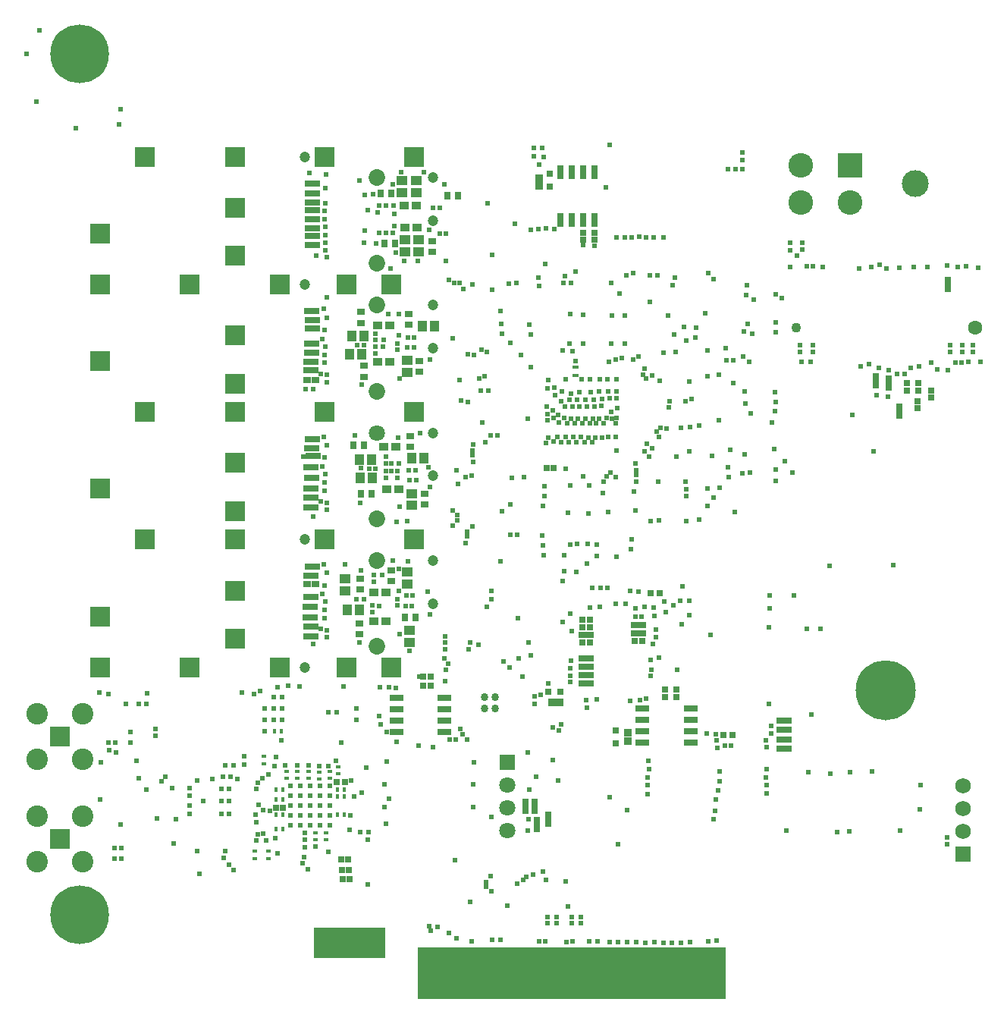
<source format=gbr>
G04*
G04 #@! TF.GenerationSoftware,Altium Limited,Altium Designer,23.7.1 (13)*
G04*
G04 Layer_Color=16711935*
%FSLAX25Y25*%
%MOIN*%
G70*
G04*
G04 #@! TF.SameCoordinates,E44608C4-6370-4D0E-AFC6-BBC59DA78F3B*
G04*
G04*
G04 #@! TF.FilePolarity,Negative*
G04*
G01*
G75*
%ADD37R,0.02288X0.02016*%
%ADD38R,0.02016X0.02288*%
%ADD49R,0.02657X0.01772*%
%ADD52R,0.02816X0.02648*%
%ADD53R,0.02756X0.02756*%
%ADD78R,0.02756X0.02756*%
%ADD111R,0.31496X0.13583*%
%ADD112R,1.35433X0.23032*%
%ADD113R,0.02572X0.02572*%
%ADD114R,0.03359X0.03162*%
%ADD119R,0.02965X0.02769*%
%ADD120R,0.02572X0.02572*%
%ADD132R,0.03162X0.03359*%
%ADD145R,0.02965X0.02965*%
%ADD157R,0.03600X0.17300*%
%ADD158R,0.03600X0.13400*%
%ADD159C,0.04331*%
%ADD160C,0.06299*%
%ADD161C,0.07296*%
%ADD162R,0.09068X0.09068*%
%ADD163C,0.07099*%
%ADD164C,0.04737*%
%ADD165C,0.09461*%
%ADD166R,0.08674X0.08674*%
%ADD167R,0.06902X0.06902*%
%ADD168C,0.06902*%
%ADD169C,0.11800*%
%ADD170R,0.10827X0.10827*%
%ADD171C,0.10827*%
%ADD172C,0.26391*%
%ADD173R,0.07099X0.07099*%
%ADD174C,0.25800*%
%ADD175C,0.02400*%
G04:AMPARAMS|DCode=201|XSize=61.02mil|YSize=23.62mil|CornerRadius=2.01mil|HoleSize=0mil|Usage=FLASHONLY|Rotation=180.000|XOffset=0mil|YOffset=0mil|HoleType=Round|Shape=RoundedRectangle|*
%AMROUNDEDRECTD201*
21,1,0.06102,0.01961,0,0,180.0*
21,1,0.05701,0.02362,0,0,180.0*
1,1,0.00402,-0.02850,0.00980*
1,1,0.00402,0.02850,0.00980*
1,1,0.00402,0.02850,-0.00980*
1,1,0.00402,-0.02850,-0.00980*
%
%ADD201ROUNDEDRECTD201*%
%ADD202R,0.02953X0.03543*%
%ADD203R,0.03543X0.02953*%
%ADD205R,0.04355X0.03773*%
%ADD206R,0.02631X0.02648*%
%ADD208R,0.02254X0.02237*%
%ADD209R,0.02237X0.02254*%
%ADD210R,0.01860X0.01843*%
G04:AMPARAMS|DCode=211|XSize=61.02mil|YSize=23.62mil|CornerRadius=2.01mil|HoleSize=0mil|Usage=FLASHONLY|Rotation=90.000|XOffset=0mil|YOffset=0mil|HoleType=Round|Shape=RoundedRectangle|*
%AMROUNDEDRECTD211*
21,1,0.06102,0.01961,0,0,90.0*
21,1,0.05701,0.02362,0,0,90.0*
1,1,0.00402,0.00980,0.02850*
1,1,0.00402,0.00980,-0.02850*
1,1,0.00402,-0.00980,-0.02850*
1,1,0.00402,-0.00980,0.02850*
%
%ADD211ROUNDEDRECTD211*%
%ADD213R,0.01968X0.01575*%
%ADD214R,0.01575X0.01968*%
%ADD217R,0.04737X0.04343*%
%ADD218R,0.04343X0.04737*%
%ADD219R,0.03320X0.03477*%
%ADD220R,0.03084X0.02926*%
%ADD221R,0.03477X0.03320*%
%ADD222C,0.03398*%
D37*
X134525Y-66571D02*
D03*
X131647D02*
D03*
X158147Y-67520D02*
D03*
X155269D02*
D03*
X18233Y-348924D02*
D03*
X15354D02*
D03*
X15619Y-302714D02*
D03*
X12740D02*
D03*
X146097Y-242509D02*
D03*
X143219D02*
D03*
X146341Y-237894D02*
D03*
X143463D02*
D03*
X147822Y-187205D02*
D03*
X144943D02*
D03*
X147617Y-183071D02*
D03*
X144738D02*
D03*
X244134Y-247417D02*
D03*
X247013D02*
D03*
X147033Y-124803D02*
D03*
X144155D02*
D03*
X146878Y-129134D02*
D03*
X143999D02*
D03*
X134717Y-78543D02*
D03*
X137595D02*
D03*
X161053Y-78936D02*
D03*
X158175D02*
D03*
X286414Y-304031D02*
D03*
X283536D02*
D03*
D38*
X128642Y-242369D02*
D03*
Y-245247D02*
D03*
X129368Y-229073D02*
D03*
Y-231951D02*
D03*
X134541Y-183329D02*
D03*
Y-186207D02*
D03*
X134525Y-179832D02*
D03*
Y-176953D02*
D03*
X381102Y-347266D02*
D03*
Y-344388D02*
D03*
X220420Y-379161D02*
D03*
Y-382039D02*
D03*
X216120Y-379161D02*
D03*
Y-382039D02*
D03*
X209455Y-379161D02*
D03*
Y-382039D02*
D03*
X205455Y-379161D02*
D03*
Y-382039D02*
D03*
X382480Y-130876D02*
D03*
Y-127997D02*
D03*
X387795Y-130876D02*
D03*
Y-127997D02*
D03*
X392717Y-130876D02*
D03*
Y-127997D02*
D03*
X322244Y-130876D02*
D03*
Y-127997D02*
D03*
X316492Y-130876D02*
D03*
Y-127997D02*
D03*
X129823Y-125763D02*
D03*
Y-122885D02*
D03*
X129823Y-128608D02*
D03*
Y-131486D02*
D03*
D49*
X217879Y-141302D02*
D03*
Y-137660D02*
D03*
D52*
X283091Y-299306D02*
D03*
X286859D02*
D03*
D53*
X211362Y-280425D02*
D03*
X205850D02*
D03*
D78*
X206517Y-58169D02*
D03*
Y-52657D02*
D03*
X235688Y-297448D02*
D03*
Y-302960D02*
D03*
D111*
X118504Y-390698D02*
D03*
D112*
X216142Y-404084D02*
D03*
D113*
X151062Y-277736D02*
D03*
X154212D02*
D03*
X151062Y-273755D02*
D03*
X154212D02*
D03*
D114*
X104123Y-176772D02*
D03*
X100776D02*
D03*
X103442Y-232904D02*
D03*
X100096D02*
D03*
X100001Y-229397D02*
D03*
X103348D02*
D03*
X100489Y-225168D02*
D03*
X103836D02*
D03*
X99801Y-238583D02*
D03*
X103148D02*
D03*
X99702Y-242913D02*
D03*
X103049D02*
D03*
X99608Y-247638D02*
D03*
X102954D02*
D03*
X99801Y-251772D02*
D03*
X103148D02*
D03*
X100001Y-255921D02*
D03*
X103348D02*
D03*
X99801Y-199315D02*
D03*
X103148D02*
D03*
X99989Y-195079D02*
D03*
X103335D02*
D03*
X99989Y-190945D02*
D03*
X103335D02*
D03*
X100237Y-186221D02*
D03*
X103583D02*
D03*
X100001Y-181801D02*
D03*
X103348D02*
D03*
X100689Y-169286D02*
D03*
X104035D02*
D03*
X100395Y-173294D02*
D03*
X103741D02*
D03*
X308036Y-305243D02*
D03*
X311383D02*
D03*
X308036Y-301275D02*
D03*
X311383D02*
D03*
X308012Y-293023D02*
D03*
X311359D02*
D03*
X308036Y-297118D02*
D03*
X311383D02*
D03*
X220869Y-265626D02*
D03*
X224215D02*
D03*
X220848Y-269424D02*
D03*
X224195D02*
D03*
X220773Y-272881D02*
D03*
X224119D02*
D03*
X220869Y-276649D02*
D03*
X224215D02*
D03*
X247247Y-251059D02*
D03*
X243900D02*
D03*
X247247Y-254602D02*
D03*
X243900D02*
D03*
X220869Y-255390D02*
D03*
X224215D02*
D03*
X100489Y-120669D02*
D03*
X103836D02*
D03*
X100162Y-127234D02*
D03*
X103509D02*
D03*
X100195Y-131335D02*
D03*
X103541D02*
D03*
X100096Y-143307D02*
D03*
X103442D02*
D03*
X100001Y-138976D02*
D03*
X103348D02*
D03*
X100001Y-135352D02*
D03*
X103348D02*
D03*
X100383Y-112964D02*
D03*
X103729D02*
D03*
X103829Y-116854D02*
D03*
X100482D02*
D03*
X100682Y-56835D02*
D03*
X104028D02*
D03*
X100682Y-68744D02*
D03*
X104028D02*
D03*
X100689Y-72484D02*
D03*
X104035D02*
D03*
X100689Y-76618D02*
D03*
X104035D02*
D03*
X100682Y-80117D02*
D03*
X104028D02*
D03*
X100689Y-84075D02*
D03*
X104035D02*
D03*
Y-65177D02*
D03*
X100689D02*
D03*
X100682Y-61461D02*
D03*
X104028D02*
D03*
D119*
X115540Y-362612D02*
D03*
X118492D02*
D03*
X115318Y-358644D02*
D03*
X118271D02*
D03*
X115097Y-353919D02*
D03*
X118050D02*
D03*
X89263Y-331165D02*
D03*
X86310D02*
D03*
D120*
X374410Y-150975D02*
D03*
Y-147825D02*
D03*
X368504Y-144675D02*
D03*
Y-147825D02*
D03*
X363583Y-144675D02*
D03*
Y-147825D02*
D03*
X368307Y-155654D02*
D03*
Y-152505D02*
D03*
X221295Y-81693D02*
D03*
Y-78543D02*
D03*
X226364Y-81693D02*
D03*
Y-78543D02*
D03*
X262205Y-279342D02*
D03*
Y-282492D02*
D03*
X257330Y-279342D02*
D03*
Y-282492D02*
D03*
D132*
X200962Y-340434D02*
D03*
Y-337088D02*
D03*
X196012Y-328836D02*
D03*
Y-332182D02*
D03*
X199936Y-329028D02*
D03*
Y-332375D02*
D03*
X206043Y-338114D02*
D03*
Y-334768D02*
D03*
X381496Y-103061D02*
D03*
Y-99715D02*
D03*
X360433Y-158611D02*
D03*
Y-155265D02*
D03*
X355554Y-146227D02*
D03*
Y-142881D02*
D03*
X350000Y-141984D02*
D03*
Y-145330D02*
D03*
D145*
X116526Y-320142D02*
D03*
X112983D02*
D03*
X224314Y-258736D02*
D03*
X220770D02*
D03*
X224314Y-248697D02*
D03*
X220770D02*
D03*
X224314Y-252043D02*
D03*
X220770D02*
D03*
X243802Y-257949D02*
D03*
X247345D02*
D03*
D157*
X161992Y-401427D02*
D03*
X224984D02*
D03*
X232858D02*
D03*
X260417D02*
D03*
X276165D02*
D03*
X244669D02*
D03*
X264354D02*
D03*
X248606D02*
D03*
X201362D02*
D03*
X213173D02*
D03*
X228921D02*
D03*
X177740D02*
D03*
X173803D02*
D03*
X169866D02*
D03*
X165929D02*
D03*
X189551D02*
D03*
X205299D02*
D03*
X209236D02*
D03*
X217110D02*
D03*
X221047D02*
D03*
X252543D02*
D03*
X236795D02*
D03*
X256480D02*
D03*
X268291D02*
D03*
X272228D02*
D03*
X240732D02*
D03*
X181677D02*
D03*
X185614D02*
D03*
X154118D02*
D03*
X158055D02*
D03*
X280102D02*
D03*
D158*
X150181Y-399477D02*
D03*
D159*
X314961Y-120480D02*
D03*
D160*
X393701D02*
D03*
D161*
X130709Y-92126D02*
D03*
Y-54331D02*
D03*
Y-148228D02*
D03*
Y-110433D02*
D03*
Y-204331D02*
D03*
Y-260433D02*
D03*
Y-222638D02*
D03*
D162*
X28740Y-45158D02*
D03*
X68110D02*
D03*
X146850D02*
D03*
X107480D02*
D03*
Y-213465D02*
D03*
X146850D02*
D03*
X68110D02*
D03*
X9055Y-101260D02*
D03*
X48425D02*
D03*
X87795D02*
D03*
X9055Y-269567D02*
D03*
X48425D02*
D03*
X87795D02*
D03*
X28740Y-213465D02*
D03*
X68110Y-157362D02*
D03*
X28740D02*
D03*
X107480D02*
D03*
X117323Y-101260D02*
D03*
X137008D02*
D03*
X146850Y-157362D02*
D03*
X117323Y-269567D02*
D03*
X137008D02*
D03*
X9055Y-78937D02*
D03*
X68110Y-88779D02*
D03*
X9055Y-135039D02*
D03*
X68110Y-144882D02*
D03*
X9055Y-191142D02*
D03*
X68110Y-200984D02*
D03*
X9055Y-247244D02*
D03*
X68110Y-257087D02*
D03*
Y-67520D02*
D03*
Y-123622D02*
D03*
Y-179724D02*
D03*
Y-235827D02*
D03*
D163*
X130709Y-166535D02*
D03*
X187855Y-341319D02*
D03*
Y-331319D02*
D03*
Y-321319D02*
D03*
D164*
X98819Y-45158D02*
D03*
Y-101260D02*
D03*
Y-213465D02*
D03*
Y-269567D02*
D03*
X155118Y-54331D02*
D03*
Y-73228D02*
D03*
Y-110433D02*
D03*
Y-129331D02*
D03*
Y-166535D02*
D03*
Y-185433D02*
D03*
Y-222638D02*
D03*
Y-241535D02*
D03*
D165*
X1339Y-289843D02*
D03*
Y-309842D02*
D03*
X-18661D02*
D03*
Y-289843D02*
D03*
X1339Y-335118D02*
D03*
Y-355118D02*
D03*
X-18661D02*
D03*
Y-335118D02*
D03*
D166*
X-8661Y-299843D02*
D03*
Y-345118D02*
D03*
D167*
X388189Y-351496D02*
D03*
D168*
Y-341496D02*
D03*
Y-331496D02*
D03*
Y-321496D02*
D03*
D169*
X367283Y-57104D02*
D03*
D170*
X338583Y-48854D02*
D03*
D171*
Y-65354D02*
D03*
X316883Y-48854D02*
D03*
Y-65354D02*
D03*
D172*
X354331Y-279633D02*
D03*
D173*
X187855Y-311319D02*
D03*
D174*
X-0Y0D02*
D03*
Y-378395D02*
D03*
D175*
X211641Y-294586D02*
D03*
X185042Y-222924D02*
D03*
X189126Y-211253D02*
D03*
X185487Y-200852D02*
D03*
X166229Y-189051D02*
D03*
X165703Y-182935D02*
D03*
X178399Y-170808D02*
D03*
X183493Y-167584D02*
D03*
X180610Y-167537D02*
D03*
X198266Y-137783D02*
D03*
X189232Y-126880D02*
D03*
X166862Y-143219D02*
D03*
X177961Y-141499D02*
D03*
X193846Y-132260D02*
D03*
X8672Y-280734D02*
D03*
X321654Y-290433D02*
D03*
X212871Y-220321D02*
D03*
X285249Y-186017D02*
D03*
X257011Y-240687D02*
D03*
X241909Y-235863D02*
D03*
X245573Y-236381D02*
D03*
X348844Y-174648D02*
D03*
X149144Y-273755D02*
D03*
X85677Y-312888D02*
D03*
X175151Y-259674D02*
D03*
X126479Y-345417D02*
D03*
X71236Y-280694D02*
D03*
X374410Y-135603D02*
D03*
X395928Y-135441D02*
D03*
X350280Y-149867D02*
D03*
X355414Y-150559D02*
D03*
X176853Y-162026D02*
D03*
X357630Y-224656D02*
D03*
X329764Y-224885D02*
D03*
X313779Y-237818D02*
D03*
X302908Y-285560D02*
D03*
X264640Y-250783D02*
D03*
X268055Y-246625D02*
D03*
X257694Y-245298D02*
D03*
X213718Y-363755D02*
D03*
X203647Y-359353D02*
D03*
X164966Y-354306D02*
D03*
X86024Y-344663D02*
D03*
X51493Y-350168D02*
D03*
X137682Y-57330D02*
D03*
X304433Y-161980D02*
D03*
X308577Y-107471D02*
D03*
X305906Y-105642D02*
D03*
Y-117861D02*
D03*
X294260Y-135220D02*
D03*
X287354Y-134643D02*
D03*
X283897Y-129209D02*
D03*
X274896Y-113835D02*
D03*
X266519Y-126117D02*
D03*
X122903Y-55610D02*
D03*
X136451Y-94445D02*
D03*
X181374Y-88225D02*
D03*
Y-103811D02*
D03*
X284977Y-181679D02*
D03*
X266599Y-191374D02*
D03*
X244236Y-200546D02*
D03*
X243732Y-192230D02*
D03*
X266519Y-194331D02*
D03*
X278596Y-194887D02*
D03*
X280872Y-140975D02*
D03*
X264835Y-233872D02*
D03*
X260888Y-242282D02*
D03*
X262727Y-270605D02*
D03*
X207802Y-310153D02*
D03*
X126464Y-365017D02*
D03*
X196769Y-307146D02*
D03*
X223065Y-287193D02*
D03*
X222814Y-224013D02*
D03*
X99103Y-147185D02*
D03*
X135543Y-114380D02*
D03*
X163936Y-125147D02*
D03*
X172573Y-101360D02*
D03*
X52559Y-360446D02*
D03*
X279521Y-298977D02*
D03*
X280008Y-301744D02*
D03*
X188824Y-269595D02*
D03*
X186342Y-266985D02*
D03*
X161788Y-268088D02*
D03*
X161091Y-270744D02*
D03*
X167127Y-296602D02*
D03*
X267949Y-240467D02*
D03*
X193001Y-265672D02*
D03*
X194570Y-273535D02*
D03*
X170196Y-301366D02*
D03*
X205793Y-276601D02*
D03*
X162741Y-301441D02*
D03*
X198319Y-264202D02*
D03*
X215692Y-269854D02*
D03*
X295703Y-122882D02*
D03*
X293223Y-101737D02*
D03*
X214446Y-374764D02*
D03*
X204862Y-362861D02*
D03*
X171448Y-372692D02*
D03*
X187855Y-374414D02*
D03*
X180794Y-236122D02*
D03*
X180957Y-239567D02*
D03*
X160702Y-258711D02*
D03*
X160541Y-255921D02*
D03*
Y-261762D02*
D03*
X160335Y-265672D02*
D03*
X143947Y-205459D02*
D03*
X139405Y-205758D02*
D03*
X195180Y-186084D02*
D03*
X207974Y-295971D02*
D03*
X210487Y-297256D02*
D03*
X168180Y-299057D02*
D03*
X155138Y-304548D02*
D03*
X134924Y-298031D02*
D03*
X148968Y-303972D02*
D03*
X76679Y-281257D02*
D03*
X79280Y-279874D02*
D03*
X100211Y-358385D02*
D03*
X67464Y-358728D02*
D03*
X63362Y-353178D02*
D03*
X63888Y-350450D02*
D03*
X69192Y-318632D02*
D03*
X309981Y-178960D02*
D03*
X313429Y-184142D02*
D03*
X294757Y-183842D02*
D03*
X291190Y-184194D02*
D03*
X227275Y-220711D02*
D03*
X346850Y-136217D02*
D03*
X343307Y-137152D02*
D03*
X261609Y-98451D02*
D03*
X250807Y-266332D02*
D03*
X254667Y-265319D02*
D03*
X165953Y-204843D02*
D03*
Y-202743D02*
D03*
X170782Y-261523D02*
D03*
X231646Y-185626D02*
D03*
X178740Y-365997D02*
D03*
X233131Y-184142D02*
D03*
X178740Y-363896D02*
D03*
X171665Y-258809D02*
D03*
X192678Y-247882D02*
D03*
X123917Y-145263D02*
D03*
X325469Y-252781D02*
D03*
X319685Y-252543D02*
D03*
X241909Y-284173D02*
D03*
X248955Y-283242D02*
D03*
X302897Y-252043D02*
D03*
X251213Y-270605D02*
D03*
X250956Y-273252D02*
D03*
X339721Y-158772D02*
D03*
X233002Y-326552D02*
D03*
X280053Y-389710D02*
D03*
X276165Y-389990D02*
D03*
X268363Y-390311D02*
D03*
X264250Y-390634D02*
D03*
X260416Y-390551D02*
D03*
X256533Y-390588D02*
D03*
X252543Y-390403D02*
D03*
X248493Y-390727D02*
D03*
X244750Y-390357D02*
D03*
X240732Y-390403D02*
D03*
X236712Y-390479D02*
D03*
X232782Y-390403D02*
D03*
X223889Y-390071D02*
D03*
X227521Y-390044D02*
D03*
X214068Y-390403D02*
D03*
X216447Y-390044D02*
D03*
X185001Y-389254D02*
D03*
X181105D02*
D03*
X201884Y-390017D02*
D03*
X204447Y-389990D02*
D03*
X172285Y-389897D02*
D03*
X162141Y-386167D02*
D03*
X165473Y-388741D02*
D03*
X157247Y-383724D02*
D03*
X154169Y-385305D02*
D03*
X153629Y-383225D02*
D03*
X131668Y-290897D02*
D03*
X135977Y-278472D02*
D03*
X138971Y-278679D02*
D03*
X132936Y-229066D02*
D03*
X137648Y-222643D02*
D03*
X144401Y-222993D02*
D03*
X152912Y-236210D02*
D03*
X144953Y-262445D02*
D03*
X116574Y-224423D02*
D03*
X123493Y-226940D02*
D03*
X122805Y-258736D02*
D03*
X131641Y-242509D02*
D03*
X121721Y-239567D02*
D03*
X125098Y-239764D02*
D03*
X149575Y-166570D02*
D03*
X153326Y-181693D02*
D03*
X136865Y-183263D02*
D03*
X137042Y-179921D02*
D03*
X120849Y-167642D02*
D03*
X127299Y-182219D02*
D03*
X129823D02*
D03*
X139807Y-168747D02*
D03*
X133382Y-128674D02*
D03*
X133499Y-125763D02*
D03*
X122080Y-127835D02*
D03*
X125098Y-127953D02*
D03*
X151166Y-52126D02*
D03*
X141203Y-51870D02*
D03*
X130871Y-69595D02*
D03*
X128815Y-61713D02*
D03*
X131647Y-78781D02*
D03*
X130377Y-83465D02*
D03*
X148721Y-91088D02*
D03*
X142717Y-91024D02*
D03*
X160827Y-91088D02*
D03*
X160433Y-57382D02*
D03*
X139097Y-87324D02*
D03*
X138189Y-70280D02*
D03*
X137874Y-66622D02*
D03*
X138189Y-75650D02*
D03*
X125394Y-62093D02*
D03*
X126575Y-68619D02*
D03*
X125394Y-77658D02*
D03*
X124976Y-82894D02*
D03*
X17967Y-24387D02*
D03*
X17223Y-30892D02*
D03*
X-1595Y-32579D02*
D03*
X-17896Y10514D02*
D03*
X-23322Y-33D02*
D03*
X98150Y-176847D02*
D03*
X107721Y-177448D02*
D03*
X86217Y-309107D02*
D03*
X37529Y-317689D02*
D03*
X40730Y-322812D02*
D03*
X82008Y-345733D02*
D03*
X77578Y-345694D02*
D03*
X86917Y-351361D02*
D03*
X65756Y-356386D02*
D03*
X29679Y-281001D02*
D03*
X160541Y-275770D02*
D03*
X131907Y-278318D02*
D03*
X165267Y-301413D02*
D03*
X121555Y-287494D02*
D03*
X180969Y-335299D02*
D03*
X173035Y-330995D02*
D03*
X172832Y-321047D02*
D03*
X173292Y-311238D02*
D03*
X135020Y-310873D02*
D03*
X96743Y-277891D02*
D03*
X91727Y-277632D02*
D03*
X116091Y-277891D02*
D03*
X121641Y-292641D02*
D03*
X114925Y-302607D02*
D03*
X88700Y-301638D02*
D03*
X81233Y-297690D02*
D03*
X81263Y-292671D02*
D03*
X81141Y-287744D02*
D03*
X86974Y-278282D02*
D03*
X330069Y-316220D02*
D03*
X338523Y-315697D02*
D03*
X310655Y-341395D02*
D03*
X332912Y-341881D02*
D03*
X338224Y-341732D02*
D03*
X360482Y-341432D02*
D03*
X369497Y-321307D02*
D03*
X369160Y-332006D02*
D03*
X169720Y-185934D02*
D03*
X172297Y-185305D02*
D03*
X262265Y-177032D02*
D03*
X320276Y-315711D02*
D03*
X348295Y-315226D02*
D03*
X236716Y-347292D02*
D03*
X210260Y-319234D02*
D03*
X240452Y-332460D02*
D03*
X200687Y-317663D02*
D03*
X196933Y-341178D02*
D03*
X197184Y-336277D02*
D03*
X197616Y-323266D02*
D03*
X189372Y-198106D02*
D03*
X189872Y-186379D02*
D03*
X266333Y-152757D02*
D03*
X268990Y-151809D02*
D03*
X33375Y-296766D02*
D03*
X123329Y-197306D02*
D03*
X123622Y-181870D02*
D03*
X167627Y-152390D02*
D03*
X170465Y-153135D02*
D03*
X8819Y-327767D02*
D03*
X9410Y-311387D02*
D03*
X109341Y-350698D02*
D03*
X98006Y-355659D02*
D03*
X51493Y-319201D02*
D03*
X139144Y-302378D02*
D03*
X132248Y-294633D02*
D03*
X125834Y-313638D02*
D03*
X123779Y-324596D02*
D03*
X120461Y-326319D02*
D03*
X54119Y-328246D02*
D03*
X58132Y-318700D02*
D03*
X48146Y-322686D02*
D03*
Y-333925D02*
D03*
X48192Y-330229D02*
D03*
X48158Y-326072D02*
D03*
X134068Y-331045D02*
D03*
X134610Y-338203D02*
D03*
X135977Y-327425D02*
D03*
X133957Y-321047D02*
D03*
X118659Y-340836D02*
D03*
X119098Y-334766D02*
D03*
X119358Y-319201D02*
D03*
X109272Y-313016D02*
D03*
X112757Y-310786D02*
D03*
X105127Y-312894D02*
D03*
X100483Y-312684D02*
D03*
X95748Y-312812D02*
D03*
X90242Y-312780D02*
D03*
X77549Y-323099D02*
D03*
X78230Y-320420D02*
D03*
X80313Y-318468D02*
D03*
X82827Y-316781D02*
D03*
X78600Y-329984D02*
D03*
X80435Y-332347D02*
D03*
X83661Y-332659D02*
D03*
X77284Y-334463D02*
D03*
X77549Y-337753D02*
D03*
X78230Y-343146D02*
D03*
X80757Y-342693D02*
D03*
X98515Y-352871D02*
D03*
X41428Y-346844D02*
D03*
X42253Y-336283D02*
D03*
X15354Y-353498D02*
D03*
X18304D02*
D03*
X33995Y-335947D02*
D03*
X18078Y-338769D02*
D03*
X33375Y-299683D02*
D03*
X24936Y-310548D02*
D03*
X26022Y-318173D02*
D03*
X29120Y-323277D02*
D03*
X35866Y-319748D02*
D03*
X22396Y-297832D02*
D03*
X22304Y-302807D02*
D03*
X12618Y-281162D02*
D03*
X15900Y-306885D02*
D03*
X12898Y-306058D02*
D03*
X351378Y-138038D02*
D03*
X355554Y-138875D02*
D03*
X359252Y-140543D02*
D03*
X362511D02*
D03*
X365354Y-138038D02*
D03*
X368965Y-137396D02*
D03*
X376905Y-138622D02*
D03*
X381499Y-138906D02*
D03*
X384842Y-135603D02*
D03*
X387623Y-135776D02*
D03*
X390748Y-135220D02*
D03*
X394783Y-93948D02*
D03*
X389540Y-93354D02*
D03*
X385798Y-93571D02*
D03*
X381299Y-92960D02*
D03*
X372534Y-93571D02*
D03*
X366535Y-93787D02*
D03*
X360259Y-93973D02*
D03*
X354631Y-94282D02*
D03*
X351756Y-92582D02*
D03*
X347798Y-93664D02*
D03*
X342696Y-94189D02*
D03*
X326618Y-93602D02*
D03*
X322382Y-93416D02*
D03*
X319507D02*
D03*
X312395Y-93633D02*
D03*
X321418Y-135220D02*
D03*
X317323Y-135295D02*
D03*
X180969Y-368079D02*
D03*
X180698Y-361459D02*
D03*
X199213Y-360542D02*
D03*
X192301Y-364557D02*
D03*
X194943Y-362968D02*
D03*
X196428Y-361483D02*
D03*
X170196Y-212073D02*
D03*
Y-209973D02*
D03*
X172699Y-176447D02*
D03*
Y-174347D02*
D03*
X164718Y-100807D02*
D03*
X166818D02*
D03*
X175528Y-142717D02*
D03*
X176491Y-130047D02*
D03*
X170620Y-132139D02*
D03*
X173367Y-132338D02*
D03*
X178966Y-130955D02*
D03*
X164013Y-207171D02*
D03*
X163910Y-200672D02*
D03*
X169672Y-215022D02*
D03*
X172573Y-207562D02*
D03*
X238221Y-133764D02*
D03*
X245457Y-132838D02*
D03*
X243244Y-134396D02*
D03*
X235612Y-134221D02*
D03*
X232524Y-135295D02*
D03*
X258875Y-155328D02*
D03*
X259219Y-152757D02*
D03*
X251570Y-141404D02*
D03*
X248324Y-138254D02*
D03*
X249021Y-142602D02*
D03*
X247536Y-141117D02*
D03*
X254667Y-168371D02*
D03*
X257907Y-164510D02*
D03*
X253628Y-165901D02*
D03*
X255113Y-164416D02*
D03*
X295031Y-157883D02*
D03*
X251509Y-173415D02*
D03*
X250370Y-176823D02*
D03*
X249224Y-171205D02*
D03*
X248428Y-174551D02*
D03*
X235684Y-185837D02*
D03*
X230193Y-187956D02*
D03*
X229925Y-192877D02*
D03*
X244563Y-187846D02*
D03*
X244426Y-179976D02*
D03*
X244438Y-185034D02*
D03*
Y-182933D02*
D03*
X168649Y-103228D02*
D03*
X162262Y-99154D02*
D03*
X172832Y-179212D02*
D03*
X172876Y-171580D02*
D03*
X98819Y-348656D02*
D03*
X103625Y-348161D02*
D03*
X92609Y-339039D02*
D03*
X96940D02*
D03*
X101270D02*
D03*
X105601D02*
D03*
X109932D02*
D03*
X92609Y-334709D02*
D03*
X96940D02*
D03*
X101270D02*
D03*
X105601D02*
D03*
X109932D02*
D03*
X92609Y-330378D02*
D03*
X96940D02*
D03*
X101270D02*
D03*
X105601D02*
D03*
X109932D02*
D03*
X92609Y-326047D02*
D03*
X96940D02*
D03*
X101270D02*
D03*
X105601D02*
D03*
X109932D02*
D03*
X92609Y-321717D02*
D03*
X96940D02*
D03*
X101270D02*
D03*
X105601D02*
D03*
X109932D02*
D03*
X108690Y-228089D02*
D03*
X108752Y-253271D02*
D03*
X108440Y-256426D02*
D03*
X107130Y-224318D02*
D03*
X107815Y-240712D02*
D03*
X107464Y-244478D02*
D03*
X107721Y-247991D02*
D03*
Y-233551D02*
D03*
X106596Y-237479D02*
D03*
X102749Y-259353D02*
D03*
X105960Y-252756D02*
D03*
X140551Y-254921D02*
D03*
X153868Y-246429D02*
D03*
X139649Y-242323D02*
D03*
Y-239485D02*
D03*
X140276Y-235952D02*
D03*
X140300Y-226457D02*
D03*
X108690Y-171986D02*
D03*
X108752Y-197168D02*
D03*
X108440Y-200324D02*
D03*
X107130Y-168216D02*
D03*
X107815Y-184609D02*
D03*
X107464Y-188375D02*
D03*
X107721Y-191889D02*
D03*
X106596Y-181377D02*
D03*
X102749Y-203251D02*
D03*
X105960Y-196653D02*
D03*
X140551Y-198819D02*
D03*
X153868Y-190326D02*
D03*
X139649Y-186221D02*
D03*
Y-183382D02*
D03*
X140276Y-179850D02*
D03*
X140300Y-114252D02*
D03*
X140276Y-123747D02*
D03*
X139649Y-127280D02*
D03*
Y-130118D02*
D03*
X153868Y-134224D02*
D03*
X140551Y-142717D02*
D03*
X153752Y-77220D02*
D03*
X107993Y-58822D02*
D03*
X100787Y-52362D02*
D03*
X204882Y-171133D02*
D03*
X208315Y-170465D02*
D03*
X211515Y-170510D02*
D03*
X214886D02*
D03*
X218123Y-170611D02*
D03*
X221853Y-170733D02*
D03*
X225255D02*
D03*
X235790Y-174461D02*
D03*
X226605Y-168517D02*
D03*
X223589Y-168588D02*
D03*
X220183Y-168375D02*
D03*
X216919D02*
D03*
X213478Y-168340D02*
D03*
X205992Y-168659D02*
D03*
X210072Y-168446D02*
D03*
X229550Y-168588D02*
D03*
X232175Y-168304D02*
D03*
X235758Y-168375D02*
D03*
X235684Y-162198D02*
D03*
X233891Y-160204D02*
D03*
X230101Y-162385D02*
D03*
X227084Y-162353D02*
D03*
X224161Y-162242D02*
D03*
X220797Y-162385D02*
D03*
X217689Y-162269D02*
D03*
X214385Y-162353D02*
D03*
X210557Y-162009D02*
D03*
X208167Y-160039D02*
D03*
X205631Y-161056D02*
D03*
X205680Y-158249D02*
D03*
X236100Y-160081D02*
D03*
X233631Y-157401D02*
D03*
X236296Y-155659D02*
D03*
X231479Y-159997D02*
D03*
X228332Y-160358D02*
D03*
X225538Y-160204D02*
D03*
X222407Y-160311D02*
D03*
X219089Y-160157D02*
D03*
X215832D02*
D03*
X212889Y-160128D02*
D03*
X210291Y-158738D02*
D03*
X207859Y-156682D02*
D03*
X220485Y-143142D02*
D03*
X213504Y-143055D02*
D03*
X224365Y-143120D02*
D03*
X235790Y-143120D02*
D03*
X231934Y-143027D02*
D03*
X228701Y-143012D02*
D03*
X205414Y-154943D02*
D03*
X213332Y-155029D02*
D03*
X216702Y-155110D02*
D03*
X219614D02*
D03*
X222801Y-155073D02*
D03*
X226189Y-155002D02*
D03*
X229334Y-154513D02*
D03*
X235801Y-151184D02*
D03*
X232888Y-151387D02*
D03*
X229511Y-151809D02*
D03*
X225811Y-152123D02*
D03*
X222253Y-152028D02*
D03*
X218716Y-152146D02*
D03*
X215416D02*
D03*
X211684Y-152580D02*
D03*
X208957Y-150042D02*
D03*
X205736Y-147020D02*
D03*
X205984Y-143415D02*
D03*
X208759Y-146562D02*
D03*
X211892Y-148365D02*
D03*
X215832Y-149175D02*
D03*
X219713Y-148781D02*
D03*
X224520D02*
D03*
X228396Y-148258D02*
D03*
X232383Y-148380D02*
D03*
X235865Y-148439D02*
D03*
X305906Y-122202D02*
D03*
X243328Y-96334D02*
D03*
X105960Y-140551D02*
D03*
X102749Y-147149D02*
D03*
X106596Y-125274D02*
D03*
X107721Y-121346D02*
D03*
X176324Y-148034D02*
D03*
X179630Y-147964D02*
D03*
X184998Y-112855D02*
D03*
X201610Y-98451D02*
D03*
X204531Y-92163D02*
D03*
X213263Y-97504D02*
D03*
X218153Y-227501D02*
D03*
X232048Y-234482D02*
D03*
X228824D02*
D03*
X225238D02*
D03*
X252531Y-247061D02*
D03*
X252361Y-243408D02*
D03*
X248156Y-242869D02*
D03*
X217849Y-95804D02*
D03*
X305509Y-156983D02*
D03*
X305768Y-152874D02*
D03*
X305738Y-148781D02*
D03*
X292472Y-153581D02*
D03*
X292328Y-148291D02*
D03*
X305906Y-187523D02*
D03*
Y-182790D02*
D03*
X305189Y-173754D02*
D03*
X108747Y-107029D02*
D03*
X103851Y-88730D02*
D03*
X108282Y-52913D02*
D03*
X276348Y-96400D02*
D03*
X278647Y-99090D02*
D03*
X301801Y-324859D02*
D03*
Y-321452D02*
D03*
X301700Y-317980D02*
D03*
X301809Y-314281D02*
D03*
X281102Y-315305D02*
D03*
Y-319499D02*
D03*
X280528Y-323793D02*
D03*
X279736Y-327669D02*
D03*
X279144Y-332577D02*
D03*
X278565Y-336441D02*
D03*
X208657Y-77091D02*
D03*
X275957Y-141507D02*
D03*
X296212Y-108091D02*
D03*
X293692Y-118791D02*
D03*
X263935Y-240326D02*
D03*
X221317Y-84140D02*
D03*
X215528Y-273303D02*
D03*
X215585Y-275862D02*
D03*
X197147Y-258523D02*
D03*
X250745Y-109146D02*
D03*
X292111Y-176068D02*
D03*
X265725Y-120082D02*
D03*
X260741Y-101704D02*
D03*
X270803Y-120461D02*
D03*
X270729Y-124796D02*
D03*
X291514Y-133095D02*
D03*
X292070Y-121944D02*
D03*
X292985Y-105891D02*
D03*
X20196Y-285744D02*
D03*
X277252Y-255395D02*
D03*
X287808Y-201418D02*
D03*
X303411Y-238057D02*
D03*
X303257Y-243605D02*
D03*
X179074Y-243075D02*
D03*
X227403Y-283729D02*
D03*
X235722Y-241746D02*
D03*
X244179Y-243585D02*
D03*
X239803Y-241739D02*
D03*
X228535Y-242957D02*
D03*
X224183Y-243326D02*
D03*
X215585Y-245920D02*
D03*
X212422Y-249783D02*
D03*
X216390Y-253499D02*
D03*
X215872Y-266756D02*
D03*
X222586Y-283834D02*
D03*
X251916Y-259427D02*
D03*
X253312Y-256220D02*
D03*
X253345Y-253126D02*
D03*
X202663Y-281606D02*
D03*
X199936Y-282320D02*
D03*
Y-285492D02*
D03*
X250079Y-310740D02*
D03*
X250279Y-314382D02*
D03*
X249453Y-317958D02*
D03*
X249606Y-321292D02*
D03*
X249453Y-325314D02*
D03*
X246132Y-283870D02*
D03*
X275762Y-298639D02*
D03*
X280183Y-305039D02*
D03*
X303975Y-295158D02*
D03*
Y-298510D02*
D03*
X301700Y-301739D02*
D03*
X302015Y-304523D02*
D03*
X108460Y-89353D02*
D03*
X107957Y-86199D02*
D03*
X107993Y-82823D02*
D03*
X107886Y-79594D02*
D03*
X107922Y-75971D02*
D03*
X107455Y-72527D02*
D03*
X107706Y-69118D02*
D03*
X107886Y-65746D02*
D03*
X107721Y-135787D02*
D03*
X107464Y-132273D02*
D03*
X107815Y-128507D02*
D03*
X107130Y-112113D02*
D03*
X108440Y-144222D02*
D03*
X108752Y-141066D02*
D03*
X108690Y-115884D02*
D03*
X221295Y-185541D02*
D03*
X212408Y-231564D02*
D03*
X213051Y-227153D02*
D03*
X213671Y-182219D02*
D03*
X197053Y-160376D02*
D03*
X212251Y-130288D02*
D03*
X216503Y-130725D02*
D03*
X217894Y-134923D02*
D03*
X192434Y-211203D02*
D03*
X204230Y-189832D02*
D03*
X204180Y-194379D02*
D03*
X203736Y-198615D02*
D03*
X203425Y-211811D02*
D03*
X203574Y-215901D02*
D03*
X203883Y-220352D02*
D03*
X215736Y-189697D02*
D03*
X214728Y-201711D02*
D03*
X215476Y-215744D02*
D03*
X218635Y-215187D02*
D03*
X223836Y-189622D02*
D03*
X223465Y-201884D02*
D03*
X223428Y-215372D02*
D03*
X227342Y-215511D02*
D03*
X232382Y-201215D02*
D03*
X235801Y-220946D02*
D03*
X242378Y-217564D02*
D03*
X242675Y-213254D02*
D03*
X250992Y-205304D02*
D03*
X254577Y-205045D02*
D03*
X275896Y-198812D02*
D03*
X266763Y-205304D02*
D03*
X272118Y-204718D02*
D03*
X254220Y-187846D02*
D03*
X266433Y-187956D02*
D03*
X275896Y-190817D02*
D03*
X281324Y-190780D02*
D03*
X267791Y-174642D02*
D03*
X277803Y-176659D02*
D03*
X285799Y-174129D02*
D03*
X264234Y-164420D02*
D03*
X268179Y-164070D02*
D03*
X272282Y-163338D02*
D03*
X280872Y-161143D02*
D03*
X254950Y-143657D02*
D03*
X267971Y-143918D02*
D03*
X287377Y-144554D02*
D03*
X256699Y-131175D02*
D03*
X261853Y-130857D02*
D03*
X275944Y-130351D02*
D03*
X284313Y-134643D02*
D03*
X261105Y-123366D02*
D03*
X258517Y-115084D02*
D03*
X239605Y-127185D02*
D03*
X239747Y-114865D02*
D03*
X233501Y-127328D02*
D03*
X234071Y-115122D02*
D03*
X221380Y-127385D02*
D03*
X221295Y-114808D02*
D03*
X215242Y-127165D02*
D03*
X215628Y-114244D02*
D03*
X185761Y-123038D02*
D03*
X185319Y-118755D02*
D03*
X198144Y-123317D02*
D03*
X197692Y-118820D02*
D03*
X254042Y-97345D02*
D03*
X250745D02*
D03*
X237143Y-105164D02*
D03*
X240360Y-97427D02*
D03*
X233519Y-100685D02*
D03*
X216007Y-100807D02*
D03*
X212586Y-100766D02*
D03*
X191967Y-100490D02*
D03*
X188709Y-100857D02*
D03*
X202093Y-101863D02*
D03*
X-18935Y-20898D02*
D03*
X256476Y-80512D02*
D03*
X252420D02*
D03*
X248838D02*
D03*
X245783Y-80480D02*
D03*
X242732Y-80512D02*
D03*
X239498D02*
D03*
X236100D02*
D03*
X231328Y-58637D02*
D03*
X226224Y-84478D02*
D03*
X205089Y-76543D02*
D03*
X201448Y-77091D02*
D03*
X198144Y-77264D02*
D03*
X191350Y-74524D02*
D03*
X179424Y-65644D02*
D03*
X233005Y-40000D02*
D03*
X201827Y-48520D02*
D03*
X204018Y-45472D02*
D03*
X199491Y-45075D02*
D03*
X203365Y-41463D02*
D03*
X199614D02*
D03*
X317595Y-83104D02*
D03*
X317545Y-86075D02*
D03*
X315158Y-88595D02*
D03*
X312330Y-86432D02*
D03*
Y-83104D02*
D03*
X291269Y-43441D02*
D03*
Y-46768D02*
D03*
Y-50650D02*
D03*
X288165D02*
D03*
X284966D02*
D03*
D201*
X268488Y-287724D02*
D03*
Y-292724D02*
D03*
Y-297724D02*
D03*
Y-302724D02*
D03*
X247228D02*
D03*
Y-297724D02*
D03*
Y-292724D02*
D03*
Y-287724D02*
D03*
X160403Y-282992D02*
D03*
Y-287992D02*
D03*
Y-292992D02*
D03*
Y-297992D02*
D03*
X139144D02*
D03*
Y-292992D02*
D03*
Y-287992D02*
D03*
Y-282992D02*
D03*
D202*
X123622Y-193307D02*
D03*
X128347D02*
D03*
X161451Y-62355D02*
D03*
X166175D02*
D03*
X136903Y-61461D02*
D03*
X132178D02*
D03*
X147492Y-247638D02*
D03*
X142768D02*
D03*
X120245Y-171919D02*
D03*
X124969D02*
D03*
X133794Y-83281D02*
D03*
X138518D02*
D03*
D203*
X124976Y-137119D02*
D03*
Y-141843D02*
D03*
X123073Y-255118D02*
D03*
Y-250394D02*
D03*
X136865Y-227035D02*
D03*
Y-231759D02*
D03*
X123204Y-230512D02*
D03*
Y-235236D02*
D03*
X151566Y-198106D02*
D03*
Y-193382D02*
D03*
X145326Y-167913D02*
D03*
Y-172638D02*
D03*
X144603Y-118898D02*
D03*
Y-114173D02*
D03*
X123622Y-113435D02*
D03*
Y-118159D02*
D03*
X149394Y-139764D02*
D03*
Y-135039D02*
D03*
X154936Y-87133D02*
D03*
Y-82409D02*
D03*
D205*
X147997Y-66732D02*
D03*
X142673D02*
D03*
X134655Y-249303D02*
D03*
X129332D02*
D03*
X134687Y-236713D02*
D03*
X129364D02*
D03*
X140309Y-191454D02*
D03*
X134986D02*
D03*
X138818Y-172694D02*
D03*
X133494D02*
D03*
X136194Y-119150D02*
D03*
X130871D02*
D03*
X136194Y-135295D02*
D03*
X130871D02*
D03*
X142820Y-76181D02*
D03*
X148144D02*
D03*
D206*
X251091Y-236923D02*
D03*
X255045D02*
D03*
D208*
X72244Y-312328D02*
D03*
Y-308768D02*
D03*
D209*
X126780Y-341992D02*
D03*
X123220D02*
D03*
X85381Y-282707D02*
D03*
X88941D02*
D03*
X88941Y-287706D02*
D03*
X85381D02*
D03*
X112861Y-289264D02*
D03*
X109300D02*
D03*
X85381Y-292707D02*
D03*
X88941D02*
D03*
X25779Y-285512D02*
D03*
X29339D02*
D03*
X62858Y-317681D02*
D03*
X66418D02*
D03*
X63888Y-312684D02*
D03*
X67449D02*
D03*
X62108Y-333925D02*
D03*
X65669D02*
D03*
X62196Y-323099D02*
D03*
X65756D02*
D03*
X65756Y-328248D02*
D03*
X62196D02*
D03*
D210*
X98908Y-342279D02*
D03*
Y-345445D02*
D03*
D211*
X226364Y-73130D02*
D03*
X221364D02*
D03*
X216364D02*
D03*
X211364D02*
D03*
Y-51870D02*
D03*
X216364D02*
D03*
X221364D02*
D03*
X226364D02*
D03*
D213*
X82798Y-350370D02*
D03*
Y-353519D02*
D03*
X91034Y-315319D02*
D03*
Y-318468D02*
D03*
X100483Y-315319D02*
D03*
Y-318468D02*
D03*
X109932Y-315319D02*
D03*
Y-318468D02*
D03*
X108357Y-345437D02*
D03*
Y-342287D02*
D03*
X103633Y-345437D02*
D03*
Y-342287D02*
D03*
X113475Y-313287D02*
D03*
Y-316437D02*
D03*
X95759Y-315319D02*
D03*
Y-318468D02*
D03*
X105127Y-315614D02*
D03*
Y-318764D02*
D03*
X76884Y-350369D02*
D03*
Y-353519D02*
D03*
X81014Y-311897D02*
D03*
Y-308747D02*
D03*
D214*
X86212Y-334315D02*
D03*
X89361D02*
D03*
X116330Y-326441D02*
D03*
X113180D02*
D03*
X85586Y-297707D02*
D03*
X88736D02*
D03*
X116330Y-334315D02*
D03*
X113180D02*
D03*
X116330Y-323291D02*
D03*
X113180D02*
D03*
X86212Y-327622D02*
D03*
X89361D02*
D03*
X86212Y-340614D02*
D03*
X89361D02*
D03*
X86212Y-323291D02*
D03*
X89361D02*
D03*
D217*
X148021Y-55512D02*
D03*
Y-60827D02*
D03*
X141732Y-55610D02*
D03*
Y-60925D02*
D03*
X144876Y-253248D02*
D03*
Y-258563D02*
D03*
X144080Y-232874D02*
D03*
Y-227559D02*
D03*
X116463Y-236122D02*
D03*
Y-230807D02*
D03*
X146095Y-193158D02*
D03*
Y-198473D02*
D03*
X143769Y-134744D02*
D03*
Y-140059D02*
D03*
X142913Y-81509D02*
D03*
Y-86824D02*
D03*
X148851Y-81791D02*
D03*
Y-87106D02*
D03*
D218*
X122903Y-244478D02*
D03*
X117588D02*
D03*
X128513Y-186315D02*
D03*
X123198D02*
D03*
X146032Y-177756D02*
D03*
X151347D02*
D03*
X128347Y-178150D02*
D03*
X123032D02*
D03*
X124803Y-123892D02*
D03*
X119488D02*
D03*
X150492Y-119613D02*
D03*
X155807D02*
D03*
X123917Y-132139D02*
D03*
X118602D02*
D03*
D219*
X201827Y-54588D02*
D03*
Y-58053D02*
D03*
X240949Y-301936D02*
D03*
Y-298472D02*
D03*
D220*
X208344Y-182117D02*
D03*
X205273D02*
D03*
D221*
X207604Y-285088D02*
D03*
X211069D02*
D03*
D222*
X177899Y-287494D02*
D03*
X182623D02*
D03*
Y-282770D02*
D03*
X177899D02*
D03*
M02*

</source>
